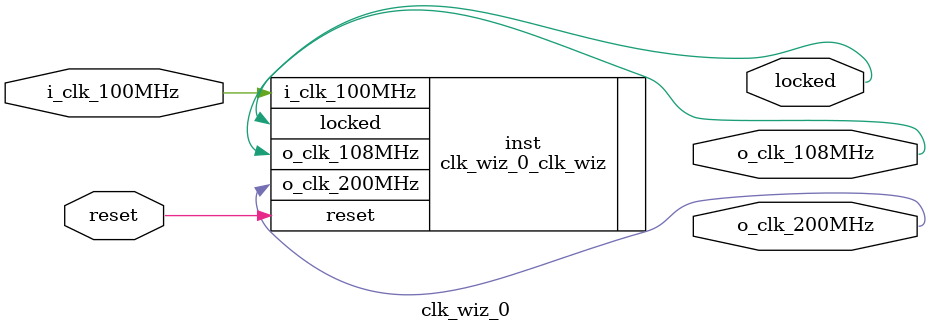
<source format=v>


`timescale 1ps/1ps

(* CORE_GENERATION_INFO = "clk_wiz_0,clk_wiz_v6_0_13_0_0,{component_name=clk_wiz_0,use_phase_alignment=true,use_min_o_jitter=false,use_max_i_jitter=false,use_dyn_phase_shift=false,use_inclk_switchover=false,use_dyn_reconfig=false,enable_axi=0,feedback_source=FDBK_AUTO,PRIMITIVE=MMCM,num_out_clk=2,clkin1_period=10.000,clkin2_period=10.000,use_power_down=false,use_reset=true,use_locked=true,use_inclk_stopped=false,feedback_type=SINGLE,CLOCK_MGR_TYPE=NA,manual_override=false}" *)

module clk_wiz_0 
 (
  // Clock out ports
  output        o_clk_108MHz,
  output        o_clk_200MHz,
  // Status and control signals
  input         reset,
  output        locked,
 // Clock in ports
  input         i_clk_100MHz
 );

  clk_wiz_0_clk_wiz inst
  (
  // Clock out ports  
  .o_clk_108MHz(o_clk_108MHz),
  .o_clk_200MHz(o_clk_200MHz),
  // Status and control signals               
  .reset(reset), 
  .locked(locked),
 // Clock in ports
  .i_clk_100MHz(i_clk_100MHz)
  );

endmodule

</source>
